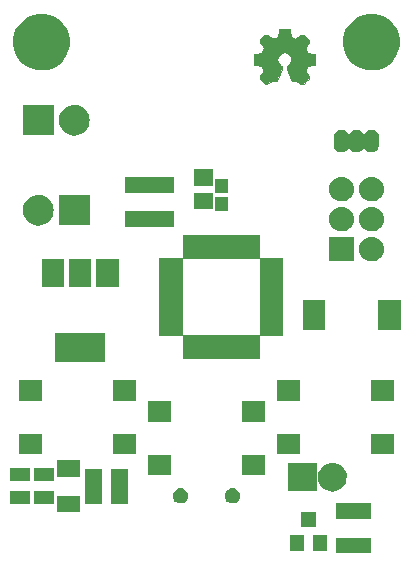
<source format=gbs>
G04 #@! TF.FileFunction,Soldermask,Bot*
%FSLAX46Y46*%
G04 Gerber Fmt 4.6, Leading zero omitted, Abs format (unit mm)*
G04 Created by KiCad (PCBNEW 4.0.7) date Sun May 27 13:06:25 2018*
%MOMM*%
%LPD*%
G01*
G04 APERTURE LIST*
%ADD10C,0.100000*%
%ADD11C,0.010000*%
G04 APERTURE END LIST*
D10*
D11*
G36*
X146218274Y-78884226D02*
X146140714Y-78884644D01*
X146069840Y-78885289D01*
X146007326Y-78886134D01*
X145954848Y-78887150D01*
X145914079Y-78888311D01*
X145886693Y-78889588D01*
X145874365Y-78890954D01*
X145873977Y-78891122D01*
X145869641Y-78901166D01*
X145862750Y-78926743D01*
X145853556Y-78966686D01*
X145842308Y-79019828D01*
X145829255Y-79085003D01*
X145814646Y-79161043D01*
X145803820Y-79219076D01*
X145790402Y-79291234D01*
X145777670Y-79358641D01*
X145766002Y-79419366D01*
X145755779Y-79471478D01*
X145747380Y-79513047D01*
X145741185Y-79542142D01*
X145737572Y-79556832D01*
X145737244Y-79557752D01*
X145729906Y-79565898D01*
X145712800Y-79576827D01*
X145684585Y-79591192D01*
X145643925Y-79609646D01*
X145589480Y-79632844D01*
X145550247Y-79649063D01*
X145492691Y-79672602D01*
X145448664Y-79690313D01*
X145416041Y-79702819D01*
X145392695Y-79710746D01*
X145376501Y-79714718D01*
X145365331Y-79715359D01*
X145357061Y-79713293D01*
X145349564Y-79709146D01*
X145348346Y-79708364D01*
X145336069Y-79700160D01*
X145311699Y-79683638D01*
X145277098Y-79660068D01*
X145234130Y-79630722D01*
X145184657Y-79596872D01*
X145130541Y-79559789D01*
X145099852Y-79538737D01*
X144873604Y-79383467D01*
X144674053Y-79383467D01*
X144439160Y-79618472D01*
X144204267Y-79853478D01*
X144204267Y-80053319D01*
X144370399Y-80294812D01*
X144536531Y-80536306D01*
X144457182Y-80722667D01*
X144433628Y-80776906D01*
X144411757Y-80825220D01*
X144392606Y-80865469D01*
X144377210Y-80895515D01*
X144366604Y-80913219D01*
X144363149Y-80916941D01*
X144351732Y-80920236D01*
X144325586Y-80926186D01*
X144286639Y-80934402D01*
X144236820Y-80944493D01*
X144178055Y-80956069D01*
X144112274Y-80968741D01*
X144041405Y-80982119D01*
X144033651Y-80983567D01*
X143952423Y-80998968D01*
X143880911Y-81013036D01*
X143820349Y-81025504D01*
X143771969Y-81036106D01*
X143737005Y-81044573D01*
X143716691Y-81050641D01*
X143711915Y-81053190D01*
X143710542Y-81063594D01*
X143709254Y-81089258D01*
X143708079Y-81128506D01*
X143707045Y-81179665D01*
X143706179Y-81241060D01*
X143705509Y-81311017D01*
X143705063Y-81387862D01*
X143704868Y-81469920D01*
X143704863Y-81480046D01*
X143704899Y-81576927D01*
X143705096Y-81658203D01*
X143705491Y-81725204D01*
X143706122Y-81779257D01*
X143707024Y-81821692D01*
X143708235Y-81853836D01*
X143709792Y-81877019D01*
X143711731Y-81892568D01*
X143714090Y-81901813D01*
X143716674Y-81905903D01*
X143727507Y-81909666D01*
X143753062Y-81915999D01*
X143791391Y-81924497D01*
X143840547Y-81934751D01*
X143898582Y-81946356D01*
X143963549Y-81958905D01*
X144032057Y-81971727D01*
X144108533Y-81986079D01*
X144177302Y-81999501D01*
X144236778Y-82011653D01*
X144285377Y-82022194D01*
X144321514Y-82030785D01*
X144343603Y-82037086D01*
X144349746Y-82039849D01*
X144356317Y-82050398D01*
X144367752Y-82073830D01*
X144382991Y-82107554D01*
X144400971Y-82148976D01*
X144420632Y-82195505D01*
X144440912Y-82244549D01*
X144460749Y-82293515D01*
X144479083Y-82339812D01*
X144494851Y-82380847D01*
X144506992Y-82414029D01*
X144514445Y-82436765D01*
X144516206Y-82446353D01*
X144510875Y-82454781D01*
X144497113Y-82475452D01*
X144476079Y-82506656D01*
X144448933Y-82546680D01*
X144416834Y-82593814D01*
X144380942Y-82646346D01*
X144358783Y-82678701D01*
X144204267Y-82904128D01*
X144204267Y-83104970D01*
X144439565Y-83339718D01*
X144674864Y-83574467D01*
X144870633Y-83574467D01*
X145092749Y-83421780D01*
X145314866Y-83269094D01*
X145385769Y-83307744D01*
X145456673Y-83346393D01*
X145560205Y-83344013D01*
X145663738Y-83341633D01*
X146116814Y-82249433D01*
X146117274Y-82163342D01*
X146116982Y-82125632D01*
X146115827Y-82093419D01*
X146114011Y-82071033D01*
X146112594Y-82063859D01*
X146103860Y-82053792D01*
X146084155Y-82036828D01*
X146056572Y-82015498D01*
X146030044Y-81996382D01*
X145960148Y-81944945D01*
X145903107Y-81896481D01*
X145856024Y-81847756D01*
X145815997Y-81795538D01*
X145780127Y-81736595D01*
X145757192Y-81692169D01*
X145723301Y-81612439D01*
X145703612Y-81540607D01*
X145697912Y-81475684D01*
X145702023Y-81434410D01*
X145728802Y-81334920D01*
X145770872Y-81240801D01*
X145827020Y-81153629D01*
X145896036Y-81074980D01*
X145976706Y-81006427D01*
X146067820Y-80949549D01*
X146079633Y-80943464D01*
X146142775Y-80915667D01*
X146206088Y-80895087D01*
X146264706Y-80883115D01*
X146299767Y-80880599D01*
X146366090Y-80887742D01*
X146437613Y-80908081D01*
X146511369Y-80939975D01*
X146584390Y-80981787D01*
X146653709Y-81031877D01*
X146716358Y-81088607D01*
X146755252Y-81132129D01*
X146792601Y-81185386D01*
X146828421Y-81249372D01*
X146859707Y-81317944D01*
X146883456Y-81384962D01*
X146889203Y-81405993D01*
X146898147Y-81450186D01*
X146900883Y-81490463D01*
X146896904Y-81531252D01*
X146885701Y-81576983D01*
X146866766Y-81632087D01*
X146861749Y-81645289D01*
X146817780Y-81738197D01*
X146759989Y-81823539D01*
X146687702Y-81902095D01*
X146600242Y-81974644D01*
X146541067Y-82015064D01*
X146516044Y-82031791D01*
X146496855Y-82046019D01*
X146488280Y-82053972D01*
X146485745Y-82065769D01*
X146483683Y-82090620D01*
X146482334Y-82124645D01*
X146481930Y-82156421D01*
X146481800Y-82249675D01*
X146701680Y-82780920D01*
X146739028Y-82871084D01*
X146774640Y-82956921D01*
X146807963Y-83037102D01*
X146838442Y-83110304D01*
X146865525Y-83175199D01*
X146888657Y-83230462D01*
X146907284Y-83274767D01*
X146920853Y-83306789D01*
X146928810Y-83325200D01*
X146930577Y-83329015D01*
X146935817Y-83336217D01*
X146944434Y-83341025D01*
X146959518Y-83343914D01*
X146984158Y-83345360D01*
X147021443Y-83345839D01*
X147039942Y-83345867D01*
X147140289Y-83345867D01*
X147211836Y-83307805D01*
X147283384Y-83269744D01*
X147422342Y-83365425D01*
X147472188Y-83399695D01*
X147523999Y-83435224D01*
X147573621Y-83469171D01*
X147616903Y-83498695D01*
X147645008Y-83517786D01*
X147728717Y-83574467D01*
X147925030Y-83574467D01*
X148160148Y-83339348D01*
X148395267Y-83104229D01*
X148395267Y-83005865D01*
X148395107Y-82963567D01*
X148394079Y-82934111D01*
X148391359Y-82913405D01*
X148386122Y-82897358D01*
X148377545Y-82881878D01*
X148367165Y-82866333D01*
X148354757Y-82848180D01*
X148334402Y-82818427D01*
X148307725Y-82779446D01*
X148276347Y-82733608D01*
X148241892Y-82683285D01*
X148210531Y-82637489D01*
X148176437Y-82587301D01*
X148145740Y-82541337D01*
X148119692Y-82501536D01*
X148099548Y-82469838D01*
X148086560Y-82448182D01*
X148081981Y-82438523D01*
X148085014Y-82427807D01*
X148093548Y-82403683D01*
X148106719Y-82368435D01*
X148123664Y-82324348D01*
X148143519Y-82273704D01*
X148159358Y-82233899D01*
X148185676Y-82168964D01*
X148206912Y-82118523D01*
X148223743Y-82081146D01*
X148236847Y-82055403D01*
X148246903Y-82039864D01*
X148254589Y-82033100D01*
X148254627Y-82033083D01*
X148266883Y-82029856D01*
X148293791Y-82024007D01*
X148333340Y-82015932D01*
X148383518Y-82006030D01*
X148442317Y-81994696D01*
X148507724Y-81982329D01*
X148572132Y-81970357D01*
X148641532Y-81957361D01*
X148705884Y-81944924D01*
X148763232Y-81933456D01*
X148811617Y-81923363D01*
X148849082Y-81915053D01*
X148873669Y-81908935D01*
X148883282Y-81905553D01*
X148885974Y-81900682D01*
X148888232Y-81890059D01*
X148890089Y-81872398D01*
X148891580Y-81846410D01*
X148892741Y-81810807D01*
X148893605Y-81764300D01*
X148894208Y-81705603D01*
X148894584Y-81633426D01*
X148894767Y-81546482D01*
X148894800Y-81478125D01*
X148894800Y-81060257D01*
X148875750Y-81048504D01*
X148863271Y-81044334D01*
X148836105Y-81037620D01*
X148796240Y-81028778D01*
X148745663Y-81018220D01*
X148686360Y-81006363D01*
X148620318Y-80993619D01*
X148549523Y-80980405D01*
X148547667Y-80980064D01*
X148477216Y-80966922D01*
X148411845Y-80954309D01*
X148353473Y-80942626D01*
X148304015Y-80932275D01*
X148265388Y-80923658D01*
X148239509Y-80917176D01*
X148228296Y-80913230D01*
X148228160Y-80913113D01*
X148222112Y-80902839D01*
X148210753Y-80879706D01*
X148195270Y-80846436D01*
X148176853Y-80805752D01*
X148156690Y-80760376D01*
X148135968Y-80713031D01*
X148115876Y-80666438D01*
X148097602Y-80623320D01*
X148082335Y-80586400D01*
X148071261Y-80558400D01*
X148065571Y-80542041D01*
X148065067Y-80539433D01*
X148069705Y-80530543D01*
X148082885Y-80509402D01*
X148103502Y-80477676D01*
X148130453Y-80437031D01*
X148162636Y-80389135D01*
X148198946Y-80335653D01*
X148230167Y-80290049D01*
X148395267Y-80049763D01*
X148395267Y-79854064D01*
X148160519Y-79618765D01*
X147925770Y-79383467D01*
X147724790Y-79383467D01*
X147511812Y-79529150D01*
X147456781Y-79566814D01*
X147404699Y-79602498D01*
X147357649Y-79634773D01*
X147317714Y-79662208D01*
X147286977Y-79683374D01*
X147267520Y-79696841D01*
X147264227Y-79699143D01*
X147229620Y-79723452D01*
X147069493Y-79658313D01*
X147007585Y-79633060D01*
X146959550Y-79613202D01*
X146923549Y-79597823D01*
X146897742Y-79586006D01*
X146880290Y-79576836D01*
X146869352Y-79569398D01*
X146863089Y-79562774D01*
X146859661Y-79556050D01*
X146858758Y-79553401D01*
X146856066Y-79541561D01*
X146850678Y-79515010D01*
X146842966Y-79475692D01*
X146833305Y-79425549D01*
X146822070Y-79366523D01*
X146809633Y-79300559D01*
X146796369Y-79229597D01*
X146795008Y-79222281D01*
X146781580Y-79151136D01*
X146768719Y-79084999D01*
X146756826Y-79025777D01*
X146746300Y-78975380D01*
X146737540Y-78935714D01*
X146730945Y-78908687D01*
X146726915Y-78896207D01*
X146726647Y-78895805D01*
X146722006Y-78893040D01*
X146712189Y-78890726D01*
X146695870Y-78888826D01*
X146671727Y-78887304D01*
X146638437Y-78886123D01*
X146594676Y-78885248D01*
X146539120Y-78884641D01*
X146470448Y-78884267D01*
X146387334Y-78884088D01*
X146300847Y-78884063D01*
X146218274Y-78884226D01*
X146218274Y-78884226D01*
G37*
X146218274Y-78884226D02*
X146140714Y-78884644D01*
X146069840Y-78885289D01*
X146007326Y-78886134D01*
X145954848Y-78887150D01*
X145914079Y-78888311D01*
X145886693Y-78889588D01*
X145874365Y-78890954D01*
X145873977Y-78891122D01*
X145869641Y-78901166D01*
X145862750Y-78926743D01*
X145853556Y-78966686D01*
X145842308Y-79019828D01*
X145829255Y-79085003D01*
X145814646Y-79161043D01*
X145803820Y-79219076D01*
X145790402Y-79291234D01*
X145777670Y-79358641D01*
X145766002Y-79419366D01*
X145755779Y-79471478D01*
X145747380Y-79513047D01*
X145741185Y-79542142D01*
X145737572Y-79556832D01*
X145737244Y-79557752D01*
X145729906Y-79565898D01*
X145712800Y-79576827D01*
X145684585Y-79591192D01*
X145643925Y-79609646D01*
X145589480Y-79632844D01*
X145550247Y-79649063D01*
X145492691Y-79672602D01*
X145448664Y-79690313D01*
X145416041Y-79702819D01*
X145392695Y-79710746D01*
X145376501Y-79714718D01*
X145365331Y-79715359D01*
X145357061Y-79713293D01*
X145349564Y-79709146D01*
X145348346Y-79708364D01*
X145336069Y-79700160D01*
X145311699Y-79683638D01*
X145277098Y-79660068D01*
X145234130Y-79630722D01*
X145184657Y-79596872D01*
X145130541Y-79559789D01*
X145099852Y-79538737D01*
X144873604Y-79383467D01*
X144674053Y-79383467D01*
X144439160Y-79618472D01*
X144204267Y-79853478D01*
X144204267Y-80053319D01*
X144370399Y-80294812D01*
X144536531Y-80536306D01*
X144457182Y-80722667D01*
X144433628Y-80776906D01*
X144411757Y-80825220D01*
X144392606Y-80865469D01*
X144377210Y-80895515D01*
X144366604Y-80913219D01*
X144363149Y-80916941D01*
X144351732Y-80920236D01*
X144325586Y-80926186D01*
X144286639Y-80934402D01*
X144236820Y-80944493D01*
X144178055Y-80956069D01*
X144112274Y-80968741D01*
X144041405Y-80982119D01*
X144033651Y-80983567D01*
X143952423Y-80998968D01*
X143880911Y-81013036D01*
X143820349Y-81025504D01*
X143771969Y-81036106D01*
X143737005Y-81044573D01*
X143716691Y-81050641D01*
X143711915Y-81053190D01*
X143710542Y-81063594D01*
X143709254Y-81089258D01*
X143708079Y-81128506D01*
X143707045Y-81179665D01*
X143706179Y-81241060D01*
X143705509Y-81311017D01*
X143705063Y-81387862D01*
X143704868Y-81469920D01*
X143704863Y-81480046D01*
X143704899Y-81576927D01*
X143705096Y-81658203D01*
X143705491Y-81725204D01*
X143706122Y-81779257D01*
X143707024Y-81821692D01*
X143708235Y-81853836D01*
X143709792Y-81877019D01*
X143711731Y-81892568D01*
X143714090Y-81901813D01*
X143716674Y-81905903D01*
X143727507Y-81909666D01*
X143753062Y-81915999D01*
X143791391Y-81924497D01*
X143840547Y-81934751D01*
X143898582Y-81946356D01*
X143963549Y-81958905D01*
X144032057Y-81971727D01*
X144108533Y-81986079D01*
X144177302Y-81999501D01*
X144236778Y-82011653D01*
X144285377Y-82022194D01*
X144321514Y-82030785D01*
X144343603Y-82037086D01*
X144349746Y-82039849D01*
X144356317Y-82050398D01*
X144367752Y-82073830D01*
X144382991Y-82107554D01*
X144400971Y-82148976D01*
X144420632Y-82195505D01*
X144440912Y-82244549D01*
X144460749Y-82293515D01*
X144479083Y-82339812D01*
X144494851Y-82380847D01*
X144506992Y-82414029D01*
X144514445Y-82436765D01*
X144516206Y-82446353D01*
X144510875Y-82454781D01*
X144497113Y-82475452D01*
X144476079Y-82506656D01*
X144448933Y-82546680D01*
X144416834Y-82593814D01*
X144380942Y-82646346D01*
X144358783Y-82678701D01*
X144204267Y-82904128D01*
X144204267Y-83104970D01*
X144439565Y-83339718D01*
X144674864Y-83574467D01*
X144870633Y-83574467D01*
X145092749Y-83421780D01*
X145314866Y-83269094D01*
X145385769Y-83307744D01*
X145456673Y-83346393D01*
X145560205Y-83344013D01*
X145663738Y-83341633D01*
X146116814Y-82249433D01*
X146117274Y-82163342D01*
X146116982Y-82125632D01*
X146115827Y-82093419D01*
X146114011Y-82071033D01*
X146112594Y-82063859D01*
X146103860Y-82053792D01*
X146084155Y-82036828D01*
X146056572Y-82015498D01*
X146030044Y-81996382D01*
X145960148Y-81944945D01*
X145903107Y-81896481D01*
X145856024Y-81847756D01*
X145815997Y-81795538D01*
X145780127Y-81736595D01*
X145757192Y-81692169D01*
X145723301Y-81612439D01*
X145703612Y-81540607D01*
X145697912Y-81475684D01*
X145702023Y-81434410D01*
X145728802Y-81334920D01*
X145770872Y-81240801D01*
X145827020Y-81153629D01*
X145896036Y-81074980D01*
X145976706Y-81006427D01*
X146067820Y-80949549D01*
X146079633Y-80943464D01*
X146142775Y-80915667D01*
X146206088Y-80895087D01*
X146264706Y-80883115D01*
X146299767Y-80880599D01*
X146366090Y-80887742D01*
X146437613Y-80908081D01*
X146511369Y-80939975D01*
X146584390Y-80981787D01*
X146653709Y-81031877D01*
X146716358Y-81088607D01*
X146755252Y-81132129D01*
X146792601Y-81185386D01*
X146828421Y-81249372D01*
X146859707Y-81317944D01*
X146883456Y-81384962D01*
X146889203Y-81405993D01*
X146898147Y-81450186D01*
X146900883Y-81490463D01*
X146896904Y-81531252D01*
X146885701Y-81576983D01*
X146866766Y-81632087D01*
X146861749Y-81645289D01*
X146817780Y-81738197D01*
X146759989Y-81823539D01*
X146687702Y-81902095D01*
X146600242Y-81974644D01*
X146541067Y-82015064D01*
X146516044Y-82031791D01*
X146496855Y-82046019D01*
X146488280Y-82053972D01*
X146485745Y-82065769D01*
X146483683Y-82090620D01*
X146482334Y-82124645D01*
X146481930Y-82156421D01*
X146481800Y-82249675D01*
X146701680Y-82780920D01*
X146739028Y-82871084D01*
X146774640Y-82956921D01*
X146807963Y-83037102D01*
X146838442Y-83110304D01*
X146865525Y-83175199D01*
X146888657Y-83230462D01*
X146907284Y-83274767D01*
X146920853Y-83306789D01*
X146928810Y-83325200D01*
X146930577Y-83329015D01*
X146935817Y-83336217D01*
X146944434Y-83341025D01*
X146959518Y-83343914D01*
X146984158Y-83345360D01*
X147021443Y-83345839D01*
X147039942Y-83345867D01*
X147140289Y-83345867D01*
X147211836Y-83307805D01*
X147283384Y-83269744D01*
X147422342Y-83365425D01*
X147472188Y-83399695D01*
X147523999Y-83435224D01*
X147573621Y-83469171D01*
X147616903Y-83498695D01*
X147645008Y-83517786D01*
X147728717Y-83574467D01*
X147925030Y-83574467D01*
X148160148Y-83339348D01*
X148395267Y-83104229D01*
X148395267Y-83005865D01*
X148395107Y-82963567D01*
X148394079Y-82934111D01*
X148391359Y-82913405D01*
X148386122Y-82897358D01*
X148377545Y-82881878D01*
X148367165Y-82866333D01*
X148354757Y-82848180D01*
X148334402Y-82818427D01*
X148307725Y-82779446D01*
X148276347Y-82733608D01*
X148241892Y-82683285D01*
X148210531Y-82637489D01*
X148176437Y-82587301D01*
X148145740Y-82541337D01*
X148119692Y-82501536D01*
X148099548Y-82469838D01*
X148086560Y-82448182D01*
X148081981Y-82438523D01*
X148085014Y-82427807D01*
X148093548Y-82403683D01*
X148106719Y-82368435D01*
X148123664Y-82324348D01*
X148143519Y-82273704D01*
X148159358Y-82233899D01*
X148185676Y-82168964D01*
X148206912Y-82118523D01*
X148223743Y-82081146D01*
X148236847Y-82055403D01*
X148246903Y-82039864D01*
X148254589Y-82033100D01*
X148254627Y-82033083D01*
X148266883Y-82029856D01*
X148293791Y-82024007D01*
X148333340Y-82015932D01*
X148383518Y-82006030D01*
X148442317Y-81994696D01*
X148507724Y-81982329D01*
X148572132Y-81970357D01*
X148641532Y-81957361D01*
X148705884Y-81944924D01*
X148763232Y-81933456D01*
X148811617Y-81923363D01*
X148849082Y-81915053D01*
X148873669Y-81908935D01*
X148883282Y-81905553D01*
X148885974Y-81900682D01*
X148888232Y-81890059D01*
X148890089Y-81872398D01*
X148891580Y-81846410D01*
X148892741Y-81810807D01*
X148893605Y-81764300D01*
X148894208Y-81705603D01*
X148894584Y-81633426D01*
X148894767Y-81546482D01*
X148894800Y-81478125D01*
X148894800Y-81060257D01*
X148875750Y-81048504D01*
X148863271Y-81044334D01*
X148836105Y-81037620D01*
X148796240Y-81028778D01*
X148745663Y-81018220D01*
X148686360Y-81006363D01*
X148620318Y-80993619D01*
X148549523Y-80980405D01*
X148547667Y-80980064D01*
X148477216Y-80966922D01*
X148411845Y-80954309D01*
X148353473Y-80942626D01*
X148304015Y-80932275D01*
X148265388Y-80923658D01*
X148239509Y-80917176D01*
X148228296Y-80913230D01*
X148228160Y-80913113D01*
X148222112Y-80902839D01*
X148210753Y-80879706D01*
X148195270Y-80846436D01*
X148176853Y-80805752D01*
X148156690Y-80760376D01*
X148135968Y-80713031D01*
X148115876Y-80666438D01*
X148097602Y-80623320D01*
X148082335Y-80586400D01*
X148071261Y-80558400D01*
X148065571Y-80542041D01*
X148065067Y-80539433D01*
X148069705Y-80530543D01*
X148082885Y-80509402D01*
X148103502Y-80477676D01*
X148130453Y-80437031D01*
X148162636Y-80389135D01*
X148198946Y-80335653D01*
X148230167Y-80290049D01*
X148395267Y-80049763D01*
X148395267Y-79854064D01*
X148160519Y-79618765D01*
X147925770Y-79383467D01*
X147724790Y-79383467D01*
X147511812Y-79529150D01*
X147456781Y-79566814D01*
X147404699Y-79602498D01*
X147357649Y-79634773D01*
X147317714Y-79662208D01*
X147286977Y-79683374D01*
X147267520Y-79696841D01*
X147264227Y-79699143D01*
X147229620Y-79723452D01*
X147069493Y-79658313D01*
X147007585Y-79633060D01*
X146959550Y-79613202D01*
X146923549Y-79597823D01*
X146897742Y-79586006D01*
X146880290Y-79576836D01*
X146869352Y-79569398D01*
X146863089Y-79562774D01*
X146859661Y-79556050D01*
X146858758Y-79553401D01*
X146856066Y-79541561D01*
X146850678Y-79515010D01*
X146842966Y-79475692D01*
X146833305Y-79425549D01*
X146822070Y-79366523D01*
X146809633Y-79300559D01*
X146796369Y-79229597D01*
X146795008Y-79222281D01*
X146781580Y-79151136D01*
X146768719Y-79084999D01*
X146756826Y-79025777D01*
X146746300Y-78975380D01*
X146737540Y-78935714D01*
X146730945Y-78908687D01*
X146726915Y-78896207D01*
X146726647Y-78895805D01*
X146722006Y-78893040D01*
X146712189Y-78890726D01*
X146695870Y-78888826D01*
X146671727Y-78887304D01*
X146638437Y-78886123D01*
X146594676Y-78885248D01*
X146539120Y-78884641D01*
X146470448Y-78884267D01*
X146387334Y-78884088D01*
X146300847Y-78884063D01*
X146218274Y-78884226D01*
D10*
G36*
X153596000Y-123258000D02*
X150696000Y-123258000D01*
X150696000Y-121958000D01*
X153596000Y-121958000D01*
X153596000Y-123258000D01*
X153596000Y-123258000D01*
G37*
G36*
X147986000Y-123062000D02*
X146786000Y-123062000D01*
X146786000Y-121762000D01*
X147986000Y-121762000D01*
X147986000Y-123062000D01*
X147986000Y-123062000D01*
G37*
G36*
X149886000Y-123062000D02*
X148686000Y-123062000D01*
X148686000Y-121762000D01*
X149886000Y-121762000D01*
X149886000Y-123062000D01*
X149886000Y-123062000D01*
G37*
G36*
X148936000Y-121062000D02*
X147736000Y-121062000D01*
X147736000Y-119762000D01*
X148936000Y-119762000D01*
X148936000Y-121062000D01*
X148936000Y-121062000D01*
G37*
G36*
X153596000Y-120358000D02*
X150696000Y-120358000D01*
X150696000Y-119058000D01*
X153596000Y-119058000D01*
X153596000Y-120358000D01*
X153596000Y-120358000D01*
G37*
G36*
X129016000Y-119802000D02*
X127016000Y-119802000D01*
X127016000Y-118402000D01*
X129016000Y-118402000D01*
X129016000Y-119802000D01*
X129016000Y-119802000D01*
G37*
G36*
X124802000Y-119102000D02*
X123102000Y-119102000D01*
X123102000Y-118002000D01*
X124802000Y-118002000D01*
X124802000Y-119102000D01*
X124802000Y-119102000D01*
G37*
G36*
X126834000Y-119102000D02*
X125134000Y-119102000D01*
X125134000Y-118002000D01*
X126834000Y-118002000D01*
X126834000Y-119102000D01*
X126834000Y-119102000D01*
G37*
G36*
X130864000Y-119077000D02*
X129404000Y-119077000D01*
X129404000Y-116127000D01*
X130864000Y-116127000D01*
X130864000Y-119077000D01*
X130864000Y-119077000D01*
G37*
G36*
X133064000Y-119077000D02*
X131604000Y-119077000D01*
X131604000Y-116127000D01*
X133064000Y-116127000D01*
X133064000Y-119077000D01*
X133064000Y-119077000D01*
G37*
G36*
X137568272Y-117768431D02*
X137693142Y-117794063D01*
X137810651Y-117843460D01*
X137916331Y-117914741D01*
X138006154Y-118005194D01*
X138076697Y-118111369D01*
X138125269Y-118229216D01*
X138149962Y-118353920D01*
X138149962Y-118353930D01*
X138150028Y-118354264D01*
X138147995Y-118499861D01*
X138147919Y-118500195D01*
X138147919Y-118500206D01*
X138119756Y-118624164D01*
X138067908Y-118740616D01*
X137994430Y-118844779D01*
X137902117Y-118932687D01*
X137794486Y-119000991D01*
X137675644Y-119047088D01*
X137550111Y-119069222D01*
X137422667Y-119066553D01*
X137298164Y-119039179D01*
X137181355Y-118988146D01*
X137076683Y-118915397D01*
X136988131Y-118823699D01*
X136919081Y-118716555D01*
X136872155Y-118598034D01*
X136849143Y-118472651D01*
X136850924Y-118345192D01*
X136877425Y-118220511D01*
X136927643Y-118103344D01*
X136999660Y-117998166D01*
X137090737Y-117908976D01*
X137197400Y-117839178D01*
X137315590Y-117791426D01*
X137440800Y-117767541D01*
X137568272Y-117768431D01*
X137568272Y-117768431D01*
G37*
G36*
X141968272Y-117768431D02*
X142093142Y-117794063D01*
X142210651Y-117843460D01*
X142316331Y-117914741D01*
X142406154Y-118005194D01*
X142476697Y-118111369D01*
X142525269Y-118229216D01*
X142549962Y-118353920D01*
X142549962Y-118353930D01*
X142550028Y-118354264D01*
X142547995Y-118499861D01*
X142547919Y-118500195D01*
X142547919Y-118500206D01*
X142519756Y-118624164D01*
X142467908Y-118740616D01*
X142394430Y-118844779D01*
X142302117Y-118932687D01*
X142194486Y-119000991D01*
X142075644Y-119047088D01*
X141950111Y-119069222D01*
X141822667Y-119066553D01*
X141698164Y-119039179D01*
X141581355Y-118988146D01*
X141476683Y-118915397D01*
X141388131Y-118823699D01*
X141319081Y-118716555D01*
X141272155Y-118598034D01*
X141249143Y-118472651D01*
X141250924Y-118345192D01*
X141277425Y-118220511D01*
X141327643Y-118103344D01*
X141399660Y-117998166D01*
X141490737Y-117908976D01*
X141597400Y-117839178D01*
X141715590Y-117791426D01*
X141840800Y-117767541D01*
X141968272Y-117768431D01*
X141968272Y-117768431D01*
G37*
G36*
X150612462Y-115642945D02*
X150612471Y-115642948D01*
X150612511Y-115642952D01*
X150839219Y-115713130D01*
X151047979Y-115826006D01*
X151230838Y-115977281D01*
X151380832Y-116161192D01*
X151492248Y-116370734D01*
X151560841Y-116597927D01*
X151584000Y-116834116D01*
X151584000Y-116845922D01*
X151583896Y-116860838D01*
X151583895Y-116860846D01*
X151583881Y-116862862D01*
X151557427Y-117098705D01*
X151485669Y-117324917D01*
X151371338Y-117532884D01*
X151218791Y-117714683D01*
X151033837Y-117863389D01*
X150823522Y-117973340D01*
X150595856Y-118040345D01*
X150595822Y-118040348D01*
X150595809Y-118040352D01*
X150359513Y-118061857D01*
X150123538Y-118037055D01*
X150123529Y-118037052D01*
X150123489Y-118037048D01*
X149896781Y-117966870D01*
X149688021Y-117853994D01*
X149505162Y-117702719D01*
X149355168Y-117518808D01*
X149243752Y-117309266D01*
X149175159Y-117082073D01*
X149152000Y-116845884D01*
X149152000Y-116834078D01*
X149152104Y-116819162D01*
X149152105Y-116819154D01*
X149152119Y-116817138D01*
X149178573Y-116581295D01*
X149250331Y-116355083D01*
X149364662Y-116147116D01*
X149517209Y-115965317D01*
X149702163Y-115816611D01*
X149912478Y-115706660D01*
X150140144Y-115639655D01*
X150140178Y-115639652D01*
X150140191Y-115639648D01*
X150376487Y-115618143D01*
X150612462Y-115642945D01*
X150612462Y-115642945D01*
G37*
G36*
X149044000Y-118056000D02*
X146612000Y-118056000D01*
X146612000Y-115624000D01*
X149044000Y-115624000D01*
X149044000Y-118056000D01*
X149044000Y-118056000D01*
G37*
G36*
X124802000Y-117202000D02*
X123102000Y-117202000D01*
X123102000Y-116102000D01*
X124802000Y-116102000D01*
X124802000Y-117202000D01*
X124802000Y-117202000D01*
G37*
G36*
X126834000Y-117202000D02*
X125134000Y-117202000D01*
X125134000Y-116102000D01*
X126834000Y-116102000D01*
X126834000Y-117202000D01*
X126834000Y-117202000D01*
G37*
G36*
X129016000Y-116802000D02*
X127016000Y-116802000D01*
X127016000Y-115402000D01*
X129016000Y-115402000D01*
X129016000Y-116802000D01*
X129016000Y-116802000D01*
G37*
G36*
X144655000Y-116638000D02*
X142705000Y-116638000D01*
X142705000Y-114938000D01*
X144655000Y-114938000D01*
X144655000Y-116638000D01*
X144655000Y-116638000D01*
G37*
G36*
X136695000Y-116638000D02*
X134745000Y-116638000D01*
X134745000Y-114938000D01*
X136695000Y-114938000D01*
X136695000Y-116638000D01*
X136695000Y-116638000D01*
G37*
G36*
X125773000Y-114860000D02*
X123823000Y-114860000D01*
X123823000Y-113160000D01*
X125773000Y-113160000D01*
X125773000Y-114860000D01*
X125773000Y-114860000D01*
G37*
G36*
X155577000Y-114860000D02*
X153627000Y-114860000D01*
X153627000Y-113160000D01*
X155577000Y-113160000D01*
X155577000Y-114860000D01*
X155577000Y-114860000D01*
G37*
G36*
X147617000Y-114860000D02*
X145667000Y-114860000D01*
X145667000Y-113160000D01*
X147617000Y-113160000D01*
X147617000Y-114860000D01*
X147617000Y-114860000D01*
G37*
G36*
X133733000Y-114860000D02*
X131783000Y-114860000D01*
X131783000Y-113160000D01*
X133733000Y-113160000D01*
X133733000Y-114860000D01*
X133733000Y-114860000D01*
G37*
G36*
X144655000Y-112138000D02*
X142705000Y-112138000D01*
X142705000Y-110438000D01*
X144655000Y-110438000D01*
X144655000Y-112138000D01*
X144655000Y-112138000D01*
G37*
G36*
X136695000Y-112138000D02*
X134745000Y-112138000D01*
X134745000Y-110438000D01*
X136695000Y-110438000D01*
X136695000Y-112138000D01*
X136695000Y-112138000D01*
G37*
G36*
X155577000Y-110360000D02*
X153627000Y-110360000D01*
X153627000Y-108660000D01*
X155577000Y-108660000D01*
X155577000Y-110360000D01*
X155577000Y-110360000D01*
G37*
G36*
X147617000Y-110360000D02*
X145667000Y-110360000D01*
X145667000Y-108660000D01*
X147617000Y-108660000D01*
X147617000Y-110360000D01*
X147617000Y-110360000D01*
G37*
G36*
X133733000Y-110360000D02*
X131783000Y-110360000D01*
X131783000Y-108660000D01*
X133733000Y-108660000D01*
X133733000Y-110360000D01*
X133733000Y-110360000D01*
G37*
G36*
X125773000Y-110360000D02*
X123823000Y-110360000D01*
X123823000Y-108660000D01*
X125773000Y-108660000D01*
X125773000Y-110360000D01*
X125773000Y-110360000D01*
G37*
G36*
X131118000Y-107068000D02*
X126918000Y-107068000D01*
X126918000Y-104668000D01*
X131118000Y-104668000D01*
X131118000Y-107068000D01*
X131118000Y-107068000D01*
G37*
G36*
X144245000Y-98275000D02*
X144246980Y-98288930D01*
X144252761Y-98301756D01*
X144261888Y-98312464D01*
X144273636Y-98320206D01*
X144287076Y-98324368D01*
X144295000Y-98325000D01*
X146220000Y-98325000D01*
X146220000Y-104875000D01*
X144295000Y-104875000D01*
X144281070Y-104876980D01*
X144268244Y-104882761D01*
X144257536Y-104891888D01*
X144249794Y-104903636D01*
X144245632Y-104917076D01*
X144245000Y-104925000D01*
X144245000Y-106850000D01*
X137695000Y-106850000D01*
X137695000Y-104925000D01*
X137693020Y-104911070D01*
X137687239Y-104898244D01*
X137678112Y-104887536D01*
X137666364Y-104879794D01*
X137652924Y-104875632D01*
X137645000Y-104875000D01*
X135720000Y-104875000D01*
X135720000Y-98400000D01*
X137720000Y-98400000D01*
X137720000Y-104800000D01*
X137721980Y-104813930D01*
X137727761Y-104826756D01*
X137736888Y-104837464D01*
X137748636Y-104845206D01*
X137762076Y-104849368D01*
X137770000Y-104850000D01*
X144170000Y-104850000D01*
X144183930Y-104848020D01*
X144196756Y-104842239D01*
X144207464Y-104833112D01*
X144215206Y-104821364D01*
X144219368Y-104807924D01*
X144220000Y-104800000D01*
X144220000Y-98400000D01*
X144218020Y-98386070D01*
X144212239Y-98373244D01*
X144203112Y-98362536D01*
X144191364Y-98354794D01*
X144177924Y-98350632D01*
X144170000Y-98350000D01*
X137770000Y-98350000D01*
X137756070Y-98351980D01*
X137743244Y-98357761D01*
X137732536Y-98366888D01*
X137724794Y-98378636D01*
X137720632Y-98392076D01*
X137720000Y-98400000D01*
X135720000Y-98400000D01*
X135720000Y-98325000D01*
X137645000Y-98325000D01*
X137658930Y-98323020D01*
X137671756Y-98317239D01*
X137682464Y-98308112D01*
X137690206Y-98296364D01*
X137694368Y-98282924D01*
X137695000Y-98275000D01*
X137695000Y-96350000D01*
X144245000Y-96350000D01*
X144245000Y-98275000D01*
X144245000Y-98275000D01*
G37*
G36*
X156144000Y-104424000D02*
X154244000Y-104424000D01*
X154244000Y-101824000D01*
X156144000Y-101824000D01*
X156144000Y-104424000D01*
X156144000Y-104424000D01*
G37*
G36*
X149744000Y-104424000D02*
X147844000Y-104424000D01*
X147844000Y-101824000D01*
X149744000Y-101824000D01*
X149744000Y-104424000D01*
X149744000Y-104424000D01*
G37*
G36*
X132268000Y-100768000D02*
X130368000Y-100768000D01*
X130368000Y-98368000D01*
X132268000Y-98368000D01*
X132268000Y-100768000D01*
X132268000Y-100768000D01*
G37*
G36*
X129968000Y-100768000D02*
X128068000Y-100768000D01*
X128068000Y-98368000D01*
X129968000Y-98368000D01*
X129968000Y-100768000D01*
X129968000Y-100768000D01*
G37*
G36*
X127668000Y-100768000D02*
X125768000Y-100768000D01*
X125768000Y-98368000D01*
X127668000Y-98368000D01*
X127668000Y-100768000D01*
X127668000Y-100768000D01*
G37*
G36*
X153684470Y-96486065D02*
X153689741Y-96486102D01*
X153893388Y-96508945D01*
X154088720Y-96570908D01*
X154268296Y-96669631D01*
X154425277Y-96801353D01*
X154553684Y-96961059D01*
X154648624Y-97142663D01*
X154706483Y-97339250D01*
X154706487Y-97339289D01*
X154706489Y-97339297D01*
X154725057Y-97543328D01*
X154703642Y-97747082D01*
X154703639Y-97747091D01*
X154703635Y-97747132D01*
X154643037Y-97942891D01*
X154545570Y-98123153D01*
X154414947Y-98281049D01*
X154256142Y-98410567D01*
X154075205Y-98506773D01*
X153879027Y-98566003D01*
X153675081Y-98586000D01*
X153664882Y-98586000D01*
X153655530Y-98585935D01*
X153650259Y-98585898D01*
X153446612Y-98563055D01*
X153251280Y-98501092D01*
X153071704Y-98402369D01*
X152914723Y-98270647D01*
X152786316Y-98110941D01*
X152691376Y-97929337D01*
X152633517Y-97732750D01*
X152633513Y-97732711D01*
X152633511Y-97732703D01*
X152614943Y-97528672D01*
X152636358Y-97324918D01*
X152636361Y-97324909D01*
X152636365Y-97324868D01*
X152696963Y-97129109D01*
X152794430Y-96948847D01*
X152925053Y-96790951D01*
X153083858Y-96661433D01*
X153264795Y-96565227D01*
X153460973Y-96505997D01*
X153664919Y-96486000D01*
X153675118Y-96486000D01*
X153684470Y-96486065D01*
X153684470Y-96486065D01*
G37*
G36*
X152180000Y-98586000D02*
X150080000Y-98586000D01*
X150080000Y-96486000D01*
X152180000Y-96486000D01*
X152180000Y-98586000D01*
X152180000Y-98586000D01*
G37*
G36*
X153684470Y-93946065D02*
X153689741Y-93946102D01*
X153893388Y-93968945D01*
X154088720Y-94030908D01*
X154268296Y-94129631D01*
X154425277Y-94261353D01*
X154553684Y-94421059D01*
X154648624Y-94602663D01*
X154706483Y-94799250D01*
X154706487Y-94799289D01*
X154706489Y-94799297D01*
X154725057Y-95003328D01*
X154703642Y-95207082D01*
X154703639Y-95207091D01*
X154703635Y-95207132D01*
X154643037Y-95402891D01*
X154545570Y-95583153D01*
X154414947Y-95741049D01*
X154256142Y-95870567D01*
X154075205Y-95966773D01*
X153879027Y-96026003D01*
X153675081Y-96046000D01*
X153664882Y-96046000D01*
X153655530Y-96045935D01*
X153650259Y-96045898D01*
X153446612Y-96023055D01*
X153251280Y-95961092D01*
X153071704Y-95862369D01*
X152914723Y-95730647D01*
X152786316Y-95570941D01*
X152691376Y-95389337D01*
X152633517Y-95192750D01*
X152633513Y-95192711D01*
X152633511Y-95192703D01*
X152614943Y-94988672D01*
X152636358Y-94784918D01*
X152636361Y-94784909D01*
X152636365Y-94784868D01*
X152696963Y-94589109D01*
X152794430Y-94408847D01*
X152925053Y-94250951D01*
X153083858Y-94121433D01*
X153264795Y-94025227D01*
X153460973Y-93965997D01*
X153664919Y-93946000D01*
X153675118Y-93946000D01*
X153684470Y-93946065D01*
X153684470Y-93946065D01*
G37*
G36*
X151144470Y-93946065D02*
X151149741Y-93946102D01*
X151353388Y-93968945D01*
X151548720Y-94030908D01*
X151728296Y-94129631D01*
X151885277Y-94261353D01*
X152013684Y-94421059D01*
X152108624Y-94602663D01*
X152166483Y-94799250D01*
X152166487Y-94799289D01*
X152166489Y-94799297D01*
X152185057Y-95003328D01*
X152163642Y-95207082D01*
X152163639Y-95207091D01*
X152163635Y-95207132D01*
X152103037Y-95402891D01*
X152005570Y-95583153D01*
X151874947Y-95741049D01*
X151716142Y-95870567D01*
X151535205Y-95966773D01*
X151339027Y-96026003D01*
X151135081Y-96046000D01*
X151124882Y-96046000D01*
X151115530Y-96045935D01*
X151110259Y-96045898D01*
X150906612Y-96023055D01*
X150711280Y-95961092D01*
X150531704Y-95862369D01*
X150374723Y-95730647D01*
X150246316Y-95570941D01*
X150151376Y-95389337D01*
X150093517Y-95192750D01*
X150093513Y-95192711D01*
X150093511Y-95192703D01*
X150074943Y-94988672D01*
X150096358Y-94784918D01*
X150096361Y-94784909D01*
X150096365Y-94784868D01*
X150156963Y-94589109D01*
X150254430Y-94408847D01*
X150385053Y-94250951D01*
X150543858Y-94121433D01*
X150724795Y-94025227D01*
X150920973Y-93965997D01*
X151124919Y-93946000D01*
X151135118Y-93946000D01*
X151144470Y-93946065D01*
X151144470Y-93946065D01*
G37*
G36*
X136940000Y-95646000D02*
X132808000Y-95646000D01*
X132808000Y-94346000D01*
X136940000Y-94346000D01*
X136940000Y-95646000D01*
X136940000Y-95646000D01*
G37*
G36*
X125737351Y-92954254D02*
X125737364Y-92954258D01*
X125737401Y-92954262D01*
X125979770Y-93029288D01*
X126202951Y-93149961D01*
X126398442Y-93311686D01*
X126558798Y-93508301D01*
X126677910Y-93732319D01*
X126751242Y-93975205D01*
X126776000Y-94227710D01*
X126776000Y-94240290D01*
X126775873Y-94258441D01*
X126747592Y-94510575D01*
X126670876Y-94752414D01*
X126548648Y-94974747D01*
X126385562Y-95169104D01*
X126187832Y-95328084D01*
X125962989Y-95445629D01*
X125719596Y-95517263D01*
X125719562Y-95517266D01*
X125719549Y-95517270D01*
X125466926Y-95540261D01*
X125214649Y-95513746D01*
X125214636Y-95513742D01*
X125214599Y-95513738D01*
X124972230Y-95438712D01*
X124749049Y-95318039D01*
X124553558Y-95156314D01*
X124393202Y-94959699D01*
X124274090Y-94735681D01*
X124200758Y-94492795D01*
X124176000Y-94240290D01*
X124176000Y-94227710D01*
X124176127Y-94209559D01*
X124204408Y-93957425D01*
X124281124Y-93715586D01*
X124403352Y-93493253D01*
X124566438Y-93298896D01*
X124764168Y-93139916D01*
X124989011Y-93022371D01*
X125232404Y-92950737D01*
X125232438Y-92950734D01*
X125232451Y-92950730D01*
X125485074Y-92927739D01*
X125737351Y-92954254D01*
X125737351Y-92954254D01*
G37*
G36*
X129824000Y-95534000D02*
X127224000Y-95534000D01*
X127224000Y-92934000D01*
X129824000Y-92934000D01*
X129824000Y-95534000D01*
X129824000Y-95534000D01*
G37*
G36*
X141545000Y-94314000D02*
X140395000Y-94314000D01*
X140395000Y-93114000D01*
X141545000Y-93114000D01*
X141545000Y-94314000D01*
X141545000Y-94314000D01*
G37*
G36*
X140271000Y-94156000D02*
X138621000Y-94156000D01*
X138621000Y-92756000D01*
X140271000Y-92756000D01*
X140271000Y-94156000D01*
X140271000Y-94156000D01*
G37*
G36*
X153684470Y-91406065D02*
X153689741Y-91406102D01*
X153893388Y-91428945D01*
X154088720Y-91490908D01*
X154268296Y-91589631D01*
X154425277Y-91721353D01*
X154553684Y-91881059D01*
X154648624Y-92062663D01*
X154706483Y-92259250D01*
X154706487Y-92259289D01*
X154706489Y-92259297D01*
X154725057Y-92463328D01*
X154703642Y-92667082D01*
X154703639Y-92667091D01*
X154703635Y-92667132D01*
X154643037Y-92862891D01*
X154545570Y-93043153D01*
X154414947Y-93201049D01*
X154256142Y-93330567D01*
X154075205Y-93426773D01*
X153879027Y-93486003D01*
X153675081Y-93506000D01*
X153664882Y-93506000D01*
X153655530Y-93505935D01*
X153650259Y-93505898D01*
X153446612Y-93483055D01*
X153251280Y-93421092D01*
X153071704Y-93322369D01*
X152914723Y-93190647D01*
X152786316Y-93030941D01*
X152691376Y-92849337D01*
X152633517Y-92652750D01*
X152633513Y-92652711D01*
X152633511Y-92652703D01*
X152614943Y-92448672D01*
X152636358Y-92244918D01*
X152636361Y-92244909D01*
X152636365Y-92244868D01*
X152696963Y-92049109D01*
X152794430Y-91868847D01*
X152925053Y-91710951D01*
X153083858Y-91581433D01*
X153264795Y-91485227D01*
X153460973Y-91425997D01*
X153664919Y-91406000D01*
X153675118Y-91406000D01*
X153684470Y-91406065D01*
X153684470Y-91406065D01*
G37*
G36*
X151144470Y-91406065D02*
X151149741Y-91406102D01*
X151353388Y-91428945D01*
X151548720Y-91490908D01*
X151728296Y-91589631D01*
X151885277Y-91721353D01*
X152013684Y-91881059D01*
X152108624Y-92062663D01*
X152166483Y-92259250D01*
X152166487Y-92259289D01*
X152166489Y-92259297D01*
X152185057Y-92463328D01*
X152163642Y-92667082D01*
X152163639Y-92667091D01*
X152163635Y-92667132D01*
X152103037Y-92862891D01*
X152005570Y-93043153D01*
X151874947Y-93201049D01*
X151716142Y-93330567D01*
X151535205Y-93426773D01*
X151339027Y-93486003D01*
X151135081Y-93506000D01*
X151124882Y-93506000D01*
X151115530Y-93505935D01*
X151110259Y-93505898D01*
X150906612Y-93483055D01*
X150711280Y-93421092D01*
X150531704Y-93322369D01*
X150374723Y-93190647D01*
X150246316Y-93030941D01*
X150151376Y-92849337D01*
X150093517Y-92652750D01*
X150093513Y-92652711D01*
X150093511Y-92652703D01*
X150074943Y-92448672D01*
X150096358Y-92244918D01*
X150096361Y-92244909D01*
X150096365Y-92244868D01*
X150156963Y-92049109D01*
X150254430Y-91868847D01*
X150385053Y-91710951D01*
X150543858Y-91581433D01*
X150724795Y-91485227D01*
X150920973Y-91425997D01*
X151124919Y-91406000D01*
X151135118Y-91406000D01*
X151144470Y-91406065D01*
X151144470Y-91406065D01*
G37*
G36*
X141545000Y-92814000D02*
X140395000Y-92814000D01*
X140395000Y-91614000D01*
X141545000Y-91614000D01*
X141545000Y-92814000D01*
X141545000Y-92814000D01*
G37*
G36*
X136940000Y-92746000D02*
X132808000Y-92746000D01*
X132808000Y-91446000D01*
X136940000Y-91446000D01*
X136940000Y-92746000D01*
X136940000Y-92746000D01*
G37*
G36*
X140271000Y-92156000D02*
X138621000Y-92156000D01*
X138621000Y-90756000D01*
X140271000Y-90756000D01*
X140271000Y-92156000D01*
X140271000Y-92156000D01*
G37*
G36*
X153800568Y-87450092D02*
X153800578Y-87450095D01*
X153800616Y-87450099D01*
X153921722Y-87487587D01*
X154033241Y-87547885D01*
X154130923Y-87628695D01*
X154211049Y-87726939D01*
X154270567Y-87838875D01*
X154307209Y-87960240D01*
X154319580Y-88086411D01*
X154319580Y-88697589D01*
X154319517Y-88706659D01*
X154305385Y-88832644D01*
X154267052Y-88953486D01*
X154205977Y-89064580D01*
X154124487Y-89161696D01*
X154025686Y-89241134D01*
X153913337Y-89299869D01*
X153791719Y-89335663D01*
X153791689Y-89335666D01*
X153791671Y-89335671D01*
X153665468Y-89347156D01*
X153539432Y-89333908D01*
X153539422Y-89333905D01*
X153539384Y-89333901D01*
X153418278Y-89296413D01*
X153306759Y-89236115D01*
X153209077Y-89155305D01*
X153128951Y-89057061D01*
X153079000Y-88963117D01*
X153071236Y-88952466D01*
X153060109Y-88943855D01*
X153047024Y-88938685D01*
X153033016Y-88937365D01*
X153019195Y-88939999D01*
X153006656Y-88946380D01*
X152996391Y-88956002D01*
X152992341Y-88962055D01*
X152935977Y-89064580D01*
X152854487Y-89161696D01*
X152755686Y-89241134D01*
X152643337Y-89299869D01*
X152521719Y-89335663D01*
X152521689Y-89335666D01*
X152521671Y-89335671D01*
X152395468Y-89347156D01*
X152269432Y-89333908D01*
X152269422Y-89333905D01*
X152269384Y-89333901D01*
X152148278Y-89296413D01*
X152036759Y-89236115D01*
X151939077Y-89155305D01*
X151858951Y-89057061D01*
X151809000Y-88963117D01*
X151801236Y-88952466D01*
X151790109Y-88943855D01*
X151777024Y-88938685D01*
X151763016Y-88937365D01*
X151749195Y-88939999D01*
X151736656Y-88946380D01*
X151726391Y-88956002D01*
X151722341Y-88962055D01*
X151665977Y-89064580D01*
X151584487Y-89161696D01*
X151485686Y-89241134D01*
X151373337Y-89299869D01*
X151251719Y-89335663D01*
X151251689Y-89335666D01*
X151251671Y-89335671D01*
X151125468Y-89347156D01*
X150999432Y-89333908D01*
X150999422Y-89333905D01*
X150999384Y-89333901D01*
X150878278Y-89296413D01*
X150766759Y-89236115D01*
X150669077Y-89155305D01*
X150588951Y-89057061D01*
X150529433Y-88945125D01*
X150492791Y-88823760D01*
X150480420Y-88697589D01*
X150480420Y-88086411D01*
X150480483Y-88077341D01*
X150494615Y-87951356D01*
X150532948Y-87830514D01*
X150594023Y-87719420D01*
X150675513Y-87622304D01*
X150774314Y-87542866D01*
X150886663Y-87484131D01*
X151008281Y-87448337D01*
X151008311Y-87448334D01*
X151008329Y-87448329D01*
X151134532Y-87436844D01*
X151260568Y-87450092D01*
X151260578Y-87450095D01*
X151260616Y-87450099D01*
X151381722Y-87487587D01*
X151493241Y-87547885D01*
X151590923Y-87628695D01*
X151671049Y-87726939D01*
X151721000Y-87820883D01*
X151728764Y-87831534D01*
X151739891Y-87840145D01*
X151752976Y-87845315D01*
X151766984Y-87846635D01*
X151780805Y-87844001D01*
X151793344Y-87837620D01*
X151803609Y-87827998D01*
X151807659Y-87821945D01*
X151864023Y-87719420D01*
X151945513Y-87622304D01*
X152044314Y-87542866D01*
X152156663Y-87484131D01*
X152278281Y-87448337D01*
X152278311Y-87448334D01*
X152278329Y-87448329D01*
X152404532Y-87436844D01*
X152530568Y-87450092D01*
X152530578Y-87450095D01*
X152530616Y-87450099D01*
X152651722Y-87487587D01*
X152763241Y-87547885D01*
X152860923Y-87628695D01*
X152941049Y-87726939D01*
X152991000Y-87820883D01*
X152998764Y-87831534D01*
X153009891Y-87840145D01*
X153022976Y-87845315D01*
X153036984Y-87846635D01*
X153050805Y-87844001D01*
X153063344Y-87837620D01*
X153073609Y-87827998D01*
X153077659Y-87821945D01*
X153134023Y-87719420D01*
X153215513Y-87622304D01*
X153314314Y-87542866D01*
X153426663Y-87484131D01*
X153548281Y-87448337D01*
X153548311Y-87448334D01*
X153548329Y-87448329D01*
X153674532Y-87436844D01*
X153800568Y-87450092D01*
X153800568Y-87450092D01*
G37*
G36*
X128785351Y-85334254D02*
X128785364Y-85334258D01*
X128785401Y-85334262D01*
X129027770Y-85409288D01*
X129250951Y-85529961D01*
X129446442Y-85691686D01*
X129606798Y-85888301D01*
X129725910Y-86112319D01*
X129799242Y-86355205D01*
X129824000Y-86607710D01*
X129824000Y-86620290D01*
X129823873Y-86638441D01*
X129795592Y-86890575D01*
X129718876Y-87132414D01*
X129596648Y-87354747D01*
X129433562Y-87549104D01*
X129235832Y-87708084D01*
X129010989Y-87825629D01*
X128767596Y-87897263D01*
X128767562Y-87897266D01*
X128767549Y-87897270D01*
X128514926Y-87920261D01*
X128262649Y-87893746D01*
X128262636Y-87893742D01*
X128262599Y-87893738D01*
X128020230Y-87818712D01*
X127797049Y-87698039D01*
X127601558Y-87536314D01*
X127441202Y-87339699D01*
X127322090Y-87115681D01*
X127248758Y-86872795D01*
X127224000Y-86620290D01*
X127224000Y-86607710D01*
X127224127Y-86589559D01*
X127252408Y-86337425D01*
X127329124Y-86095586D01*
X127451352Y-85873253D01*
X127614438Y-85678896D01*
X127812168Y-85519916D01*
X128037011Y-85402371D01*
X128280404Y-85330737D01*
X128280438Y-85330734D01*
X128280451Y-85330730D01*
X128533074Y-85307739D01*
X128785351Y-85334254D01*
X128785351Y-85334254D01*
G37*
G36*
X126776000Y-87914000D02*
X124176000Y-87914000D01*
X124176000Y-85314000D01*
X126776000Y-85314000D01*
X126776000Y-87914000D01*
X126776000Y-87914000D01*
G37*
G36*
X125982082Y-77611596D02*
X126443135Y-77706237D01*
X126877021Y-77888626D01*
X127267220Y-78151818D01*
X127598869Y-78485791D01*
X127859331Y-78877816D01*
X128038686Y-79312965D01*
X128130038Y-79774324D01*
X128130038Y-79774339D01*
X128130103Y-79774668D01*
X128122597Y-80312255D01*
X128122521Y-80312589D01*
X128122521Y-80312601D01*
X128018325Y-80771222D01*
X127826887Y-81201197D01*
X127555582Y-81585798D01*
X127214735Y-81910381D01*
X126817344Y-82162573D01*
X126378531Y-82332779D01*
X125915019Y-82414507D01*
X125444458Y-82404651D01*
X124984766Y-82303581D01*
X124553470Y-82115153D01*
X124166985Y-81846538D01*
X123840031Y-81507968D01*
X123585071Y-81112347D01*
X123411807Y-80674733D01*
X123326842Y-80211796D01*
X123333414Y-79741179D01*
X123431270Y-79280802D01*
X123616686Y-78848195D01*
X123882596Y-78459844D01*
X124218874Y-78130535D01*
X124612708Y-77872817D01*
X125049101Y-77696503D01*
X125511426Y-77608310D01*
X125982082Y-77611596D01*
X125982082Y-77611596D01*
G37*
G36*
X153922082Y-77611596D02*
X154383135Y-77706237D01*
X154817021Y-77888626D01*
X155207220Y-78151818D01*
X155538869Y-78485791D01*
X155799331Y-78877816D01*
X155978686Y-79312965D01*
X156070038Y-79774324D01*
X156070038Y-79774339D01*
X156070103Y-79774668D01*
X156062597Y-80312255D01*
X156062521Y-80312589D01*
X156062521Y-80312601D01*
X155958325Y-80771222D01*
X155766887Y-81201197D01*
X155495582Y-81585798D01*
X155154735Y-81910381D01*
X154757344Y-82162573D01*
X154318531Y-82332779D01*
X153855019Y-82414507D01*
X153384458Y-82404651D01*
X152924766Y-82303581D01*
X152493470Y-82115153D01*
X152106985Y-81846538D01*
X151780031Y-81507968D01*
X151525071Y-81112347D01*
X151351807Y-80674733D01*
X151266842Y-80211796D01*
X151273414Y-79741179D01*
X151371270Y-79280802D01*
X151556686Y-78848195D01*
X151822596Y-78459844D01*
X152158874Y-78130535D01*
X152552708Y-77872817D01*
X152989101Y-77696503D01*
X153451426Y-77608310D01*
X153922082Y-77611596D01*
X153922082Y-77611596D01*
G37*
M02*

</source>
